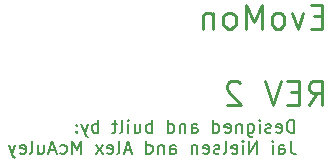
<source format=gbr>
%TF.GenerationSoftware,KiCad,Pcbnew,7.0.6*%
%TF.CreationDate,2023-08-15T19:52:18+12:00*%
%TF.ProjectId,esp32c3-ev-board,65737033-3263-4332-9d65-762d626f6172,rev?*%
%TF.SameCoordinates,Original*%
%TF.FileFunction,Legend,Bot*%
%TF.FilePolarity,Positive*%
%FSLAX46Y46*%
G04 Gerber Fmt 4.6, Leading zero omitted, Abs format (unit mm)*
G04 Created by KiCad (PCBNEW 7.0.6) date 2023-08-15 19:52:18*
%MOMM*%
%LPD*%
G01*
G04 APERTURE LIST*
%ADD10C,0.200000*%
%ADD11C,0.250000*%
G04 APERTURE END LIST*
D10*
X139276517Y-93123980D02*
X139276517Y-92023980D01*
X139276517Y-92023980D02*
X139014612Y-92023980D01*
X139014612Y-92023980D02*
X138857469Y-92076361D01*
X138857469Y-92076361D02*
X138752707Y-92181123D01*
X138752707Y-92181123D02*
X138700326Y-92285885D01*
X138700326Y-92285885D02*
X138647945Y-92495409D01*
X138647945Y-92495409D02*
X138647945Y-92652552D01*
X138647945Y-92652552D02*
X138700326Y-92862076D01*
X138700326Y-92862076D02*
X138752707Y-92966838D01*
X138752707Y-92966838D02*
X138857469Y-93071600D01*
X138857469Y-93071600D02*
X139014612Y-93123980D01*
X139014612Y-93123980D02*
X139276517Y-93123980D01*
X137757469Y-93071600D02*
X137862231Y-93123980D01*
X137862231Y-93123980D02*
X138071755Y-93123980D01*
X138071755Y-93123980D02*
X138176517Y-93071600D01*
X138176517Y-93071600D02*
X138228898Y-92966838D01*
X138228898Y-92966838D02*
X138228898Y-92547790D01*
X138228898Y-92547790D02*
X138176517Y-92443028D01*
X138176517Y-92443028D02*
X138071755Y-92390647D01*
X138071755Y-92390647D02*
X137862231Y-92390647D01*
X137862231Y-92390647D02*
X137757469Y-92443028D01*
X137757469Y-92443028D02*
X137705088Y-92547790D01*
X137705088Y-92547790D02*
X137705088Y-92652552D01*
X137705088Y-92652552D02*
X138228898Y-92757314D01*
X137286041Y-93071600D02*
X137181279Y-93123980D01*
X137181279Y-93123980D02*
X136971755Y-93123980D01*
X136971755Y-93123980D02*
X136866993Y-93071600D01*
X136866993Y-93071600D02*
X136814612Y-92966838D01*
X136814612Y-92966838D02*
X136814612Y-92914457D01*
X136814612Y-92914457D02*
X136866993Y-92809695D01*
X136866993Y-92809695D02*
X136971755Y-92757314D01*
X136971755Y-92757314D02*
X137128898Y-92757314D01*
X137128898Y-92757314D02*
X137233660Y-92704933D01*
X137233660Y-92704933D02*
X137286041Y-92600171D01*
X137286041Y-92600171D02*
X137286041Y-92547790D01*
X137286041Y-92547790D02*
X137233660Y-92443028D01*
X137233660Y-92443028D02*
X137128898Y-92390647D01*
X137128898Y-92390647D02*
X136971755Y-92390647D01*
X136971755Y-92390647D02*
X136866993Y-92443028D01*
X136343184Y-93123980D02*
X136343184Y-92390647D01*
X136343184Y-92023980D02*
X136395565Y-92076361D01*
X136395565Y-92076361D02*
X136343184Y-92128742D01*
X136343184Y-92128742D02*
X136290803Y-92076361D01*
X136290803Y-92076361D02*
X136343184Y-92023980D01*
X136343184Y-92023980D02*
X136343184Y-92128742D01*
X135347945Y-92390647D02*
X135347945Y-93281123D01*
X135347945Y-93281123D02*
X135400326Y-93385885D01*
X135400326Y-93385885D02*
X135452707Y-93438266D01*
X135452707Y-93438266D02*
X135557469Y-93490647D01*
X135557469Y-93490647D02*
X135714612Y-93490647D01*
X135714612Y-93490647D02*
X135819374Y-93438266D01*
X135347945Y-93071600D02*
X135452707Y-93123980D01*
X135452707Y-93123980D02*
X135662231Y-93123980D01*
X135662231Y-93123980D02*
X135766993Y-93071600D01*
X135766993Y-93071600D02*
X135819374Y-93019219D01*
X135819374Y-93019219D02*
X135871755Y-92914457D01*
X135871755Y-92914457D02*
X135871755Y-92600171D01*
X135871755Y-92600171D02*
X135819374Y-92495409D01*
X135819374Y-92495409D02*
X135766993Y-92443028D01*
X135766993Y-92443028D02*
X135662231Y-92390647D01*
X135662231Y-92390647D02*
X135452707Y-92390647D01*
X135452707Y-92390647D02*
X135347945Y-92443028D01*
X134824136Y-92390647D02*
X134824136Y-93123980D01*
X134824136Y-92495409D02*
X134771755Y-92443028D01*
X134771755Y-92443028D02*
X134666993Y-92390647D01*
X134666993Y-92390647D02*
X134509850Y-92390647D01*
X134509850Y-92390647D02*
X134405088Y-92443028D01*
X134405088Y-92443028D02*
X134352707Y-92547790D01*
X134352707Y-92547790D02*
X134352707Y-93123980D01*
X133409850Y-93071600D02*
X133514612Y-93123980D01*
X133514612Y-93123980D02*
X133724136Y-93123980D01*
X133724136Y-93123980D02*
X133828898Y-93071600D01*
X133828898Y-93071600D02*
X133881279Y-92966838D01*
X133881279Y-92966838D02*
X133881279Y-92547790D01*
X133881279Y-92547790D02*
X133828898Y-92443028D01*
X133828898Y-92443028D02*
X133724136Y-92390647D01*
X133724136Y-92390647D02*
X133514612Y-92390647D01*
X133514612Y-92390647D02*
X133409850Y-92443028D01*
X133409850Y-92443028D02*
X133357469Y-92547790D01*
X133357469Y-92547790D02*
X133357469Y-92652552D01*
X133357469Y-92652552D02*
X133881279Y-92757314D01*
X132414612Y-93123980D02*
X132414612Y-92023980D01*
X132414612Y-93071600D02*
X132519374Y-93123980D01*
X132519374Y-93123980D02*
X132728898Y-93123980D01*
X132728898Y-93123980D02*
X132833660Y-93071600D01*
X132833660Y-93071600D02*
X132886041Y-93019219D01*
X132886041Y-93019219D02*
X132938422Y-92914457D01*
X132938422Y-92914457D02*
X132938422Y-92600171D01*
X132938422Y-92600171D02*
X132886041Y-92495409D01*
X132886041Y-92495409D02*
X132833660Y-92443028D01*
X132833660Y-92443028D02*
X132728898Y-92390647D01*
X132728898Y-92390647D02*
X132519374Y-92390647D01*
X132519374Y-92390647D02*
X132414612Y-92443028D01*
X130581279Y-93123980D02*
X130581279Y-92547790D01*
X130581279Y-92547790D02*
X130633660Y-92443028D01*
X130633660Y-92443028D02*
X130738422Y-92390647D01*
X130738422Y-92390647D02*
X130947946Y-92390647D01*
X130947946Y-92390647D02*
X131052708Y-92443028D01*
X130581279Y-93071600D02*
X130686041Y-93123980D01*
X130686041Y-93123980D02*
X130947946Y-93123980D01*
X130947946Y-93123980D02*
X131052708Y-93071600D01*
X131052708Y-93071600D02*
X131105089Y-92966838D01*
X131105089Y-92966838D02*
X131105089Y-92862076D01*
X131105089Y-92862076D02*
X131052708Y-92757314D01*
X131052708Y-92757314D02*
X130947946Y-92704933D01*
X130947946Y-92704933D02*
X130686041Y-92704933D01*
X130686041Y-92704933D02*
X130581279Y-92652552D01*
X130057470Y-92390647D02*
X130057470Y-93123980D01*
X130057470Y-92495409D02*
X130005089Y-92443028D01*
X130005089Y-92443028D02*
X129900327Y-92390647D01*
X129900327Y-92390647D02*
X129743184Y-92390647D01*
X129743184Y-92390647D02*
X129638422Y-92443028D01*
X129638422Y-92443028D02*
X129586041Y-92547790D01*
X129586041Y-92547790D02*
X129586041Y-93123980D01*
X128590803Y-93123980D02*
X128590803Y-92023980D01*
X128590803Y-93071600D02*
X128695565Y-93123980D01*
X128695565Y-93123980D02*
X128905089Y-93123980D01*
X128905089Y-93123980D02*
X129009851Y-93071600D01*
X129009851Y-93071600D02*
X129062232Y-93019219D01*
X129062232Y-93019219D02*
X129114613Y-92914457D01*
X129114613Y-92914457D02*
X129114613Y-92600171D01*
X129114613Y-92600171D02*
X129062232Y-92495409D01*
X129062232Y-92495409D02*
X129009851Y-92443028D01*
X129009851Y-92443028D02*
X128905089Y-92390647D01*
X128905089Y-92390647D02*
X128695565Y-92390647D01*
X128695565Y-92390647D02*
X128590803Y-92443028D01*
X127228899Y-93123980D02*
X127228899Y-92023980D01*
X127228899Y-92443028D02*
X127124137Y-92390647D01*
X127124137Y-92390647D02*
X126914613Y-92390647D01*
X126914613Y-92390647D02*
X126809851Y-92443028D01*
X126809851Y-92443028D02*
X126757470Y-92495409D01*
X126757470Y-92495409D02*
X126705089Y-92600171D01*
X126705089Y-92600171D02*
X126705089Y-92914457D01*
X126705089Y-92914457D02*
X126757470Y-93019219D01*
X126757470Y-93019219D02*
X126809851Y-93071600D01*
X126809851Y-93071600D02*
X126914613Y-93123980D01*
X126914613Y-93123980D02*
X127124137Y-93123980D01*
X127124137Y-93123980D02*
X127228899Y-93071600D01*
X125762232Y-92390647D02*
X125762232Y-93123980D01*
X126233661Y-92390647D02*
X126233661Y-92966838D01*
X126233661Y-92966838D02*
X126181280Y-93071600D01*
X126181280Y-93071600D02*
X126076518Y-93123980D01*
X126076518Y-93123980D02*
X125919375Y-93123980D01*
X125919375Y-93123980D02*
X125814613Y-93071600D01*
X125814613Y-93071600D02*
X125762232Y-93019219D01*
X125238423Y-93123980D02*
X125238423Y-92390647D01*
X125238423Y-92023980D02*
X125290804Y-92076361D01*
X125290804Y-92076361D02*
X125238423Y-92128742D01*
X125238423Y-92128742D02*
X125186042Y-92076361D01*
X125186042Y-92076361D02*
X125238423Y-92023980D01*
X125238423Y-92023980D02*
X125238423Y-92128742D01*
X124557470Y-93123980D02*
X124662232Y-93071600D01*
X124662232Y-93071600D02*
X124714613Y-92966838D01*
X124714613Y-92966838D02*
X124714613Y-92023980D01*
X124295566Y-92390647D02*
X123876518Y-92390647D01*
X124138423Y-92023980D02*
X124138423Y-92966838D01*
X124138423Y-92966838D02*
X124086042Y-93071600D01*
X124086042Y-93071600D02*
X123981280Y-93123980D01*
X123981280Y-93123980D02*
X123876518Y-93123980D01*
X122671757Y-93123980D02*
X122671757Y-92023980D01*
X122671757Y-92443028D02*
X122566995Y-92390647D01*
X122566995Y-92390647D02*
X122357471Y-92390647D01*
X122357471Y-92390647D02*
X122252709Y-92443028D01*
X122252709Y-92443028D02*
X122200328Y-92495409D01*
X122200328Y-92495409D02*
X122147947Y-92600171D01*
X122147947Y-92600171D02*
X122147947Y-92914457D01*
X122147947Y-92914457D02*
X122200328Y-93019219D01*
X122200328Y-93019219D02*
X122252709Y-93071600D01*
X122252709Y-93071600D02*
X122357471Y-93123980D01*
X122357471Y-93123980D02*
X122566995Y-93123980D01*
X122566995Y-93123980D02*
X122671757Y-93071600D01*
X121781281Y-92390647D02*
X121519376Y-93123980D01*
X121257471Y-92390647D02*
X121519376Y-93123980D01*
X121519376Y-93123980D02*
X121624138Y-93385885D01*
X121624138Y-93385885D02*
X121676519Y-93438266D01*
X121676519Y-93438266D02*
X121781281Y-93490647D01*
X120838424Y-93019219D02*
X120786043Y-93071600D01*
X120786043Y-93071600D02*
X120838424Y-93123980D01*
X120838424Y-93123980D02*
X120890805Y-93071600D01*
X120890805Y-93071600D02*
X120838424Y-93019219D01*
X120838424Y-93019219D02*
X120838424Y-93123980D01*
X120838424Y-92443028D02*
X120786043Y-92495409D01*
X120786043Y-92495409D02*
X120838424Y-92547790D01*
X120838424Y-92547790D02*
X120890805Y-92495409D01*
X120890805Y-92495409D02*
X120838424Y-92443028D01*
X120838424Y-92443028D02*
X120838424Y-92547790D01*
X138962231Y-93794980D02*
X138962231Y-94580695D01*
X138962231Y-94580695D02*
X139014612Y-94737838D01*
X139014612Y-94737838D02*
X139119374Y-94842600D01*
X139119374Y-94842600D02*
X139276517Y-94894980D01*
X139276517Y-94894980D02*
X139381279Y-94894980D01*
X137966993Y-94894980D02*
X137966993Y-94318790D01*
X137966993Y-94318790D02*
X138019374Y-94214028D01*
X138019374Y-94214028D02*
X138124136Y-94161647D01*
X138124136Y-94161647D02*
X138333660Y-94161647D01*
X138333660Y-94161647D02*
X138438422Y-94214028D01*
X137966993Y-94842600D02*
X138071755Y-94894980D01*
X138071755Y-94894980D02*
X138333660Y-94894980D01*
X138333660Y-94894980D02*
X138438422Y-94842600D01*
X138438422Y-94842600D02*
X138490803Y-94737838D01*
X138490803Y-94737838D02*
X138490803Y-94633076D01*
X138490803Y-94633076D02*
X138438422Y-94528314D01*
X138438422Y-94528314D02*
X138333660Y-94475933D01*
X138333660Y-94475933D02*
X138071755Y-94475933D01*
X138071755Y-94475933D02*
X137966993Y-94423552D01*
X137443184Y-94894980D02*
X137443184Y-94161647D01*
X137443184Y-93794980D02*
X137495565Y-93847361D01*
X137495565Y-93847361D02*
X137443184Y-93899742D01*
X137443184Y-93899742D02*
X137390803Y-93847361D01*
X137390803Y-93847361D02*
X137443184Y-93794980D01*
X137443184Y-93794980D02*
X137443184Y-93899742D01*
X136081279Y-94894980D02*
X136081279Y-93794980D01*
X136081279Y-93794980D02*
X135452707Y-94894980D01*
X135452707Y-94894980D02*
X135452707Y-93794980D01*
X134928898Y-94894980D02*
X134928898Y-94161647D01*
X134928898Y-93794980D02*
X134981279Y-93847361D01*
X134981279Y-93847361D02*
X134928898Y-93899742D01*
X134928898Y-93899742D02*
X134876517Y-93847361D01*
X134876517Y-93847361D02*
X134928898Y-93794980D01*
X134928898Y-93794980D02*
X134928898Y-93899742D01*
X133986040Y-94842600D02*
X134090802Y-94894980D01*
X134090802Y-94894980D02*
X134300326Y-94894980D01*
X134300326Y-94894980D02*
X134405088Y-94842600D01*
X134405088Y-94842600D02*
X134457469Y-94737838D01*
X134457469Y-94737838D02*
X134457469Y-94318790D01*
X134457469Y-94318790D02*
X134405088Y-94214028D01*
X134405088Y-94214028D02*
X134300326Y-94161647D01*
X134300326Y-94161647D02*
X134090802Y-94161647D01*
X134090802Y-94161647D02*
X133986040Y-94214028D01*
X133986040Y-94214028D02*
X133933659Y-94318790D01*
X133933659Y-94318790D02*
X133933659Y-94423552D01*
X133933659Y-94423552D02*
X134457469Y-94528314D01*
X133305088Y-94894980D02*
X133409850Y-94842600D01*
X133409850Y-94842600D02*
X133462231Y-94737838D01*
X133462231Y-94737838D02*
X133462231Y-93794980D01*
X132938422Y-94842600D02*
X132833660Y-94894980D01*
X132833660Y-94894980D02*
X132624136Y-94894980D01*
X132624136Y-94894980D02*
X132519374Y-94842600D01*
X132519374Y-94842600D02*
X132466993Y-94737838D01*
X132466993Y-94737838D02*
X132466993Y-94685457D01*
X132466993Y-94685457D02*
X132519374Y-94580695D01*
X132519374Y-94580695D02*
X132624136Y-94528314D01*
X132624136Y-94528314D02*
X132781279Y-94528314D01*
X132781279Y-94528314D02*
X132886041Y-94475933D01*
X132886041Y-94475933D02*
X132938422Y-94371171D01*
X132938422Y-94371171D02*
X132938422Y-94318790D01*
X132938422Y-94318790D02*
X132886041Y-94214028D01*
X132886041Y-94214028D02*
X132781279Y-94161647D01*
X132781279Y-94161647D02*
X132624136Y-94161647D01*
X132624136Y-94161647D02*
X132519374Y-94214028D01*
X131576517Y-94842600D02*
X131681279Y-94894980D01*
X131681279Y-94894980D02*
X131890803Y-94894980D01*
X131890803Y-94894980D02*
X131995565Y-94842600D01*
X131995565Y-94842600D02*
X132047946Y-94737838D01*
X132047946Y-94737838D02*
X132047946Y-94318790D01*
X132047946Y-94318790D02*
X131995565Y-94214028D01*
X131995565Y-94214028D02*
X131890803Y-94161647D01*
X131890803Y-94161647D02*
X131681279Y-94161647D01*
X131681279Y-94161647D02*
X131576517Y-94214028D01*
X131576517Y-94214028D02*
X131524136Y-94318790D01*
X131524136Y-94318790D02*
X131524136Y-94423552D01*
X131524136Y-94423552D02*
X132047946Y-94528314D01*
X131052708Y-94161647D02*
X131052708Y-94894980D01*
X131052708Y-94266409D02*
X131000327Y-94214028D01*
X131000327Y-94214028D02*
X130895565Y-94161647D01*
X130895565Y-94161647D02*
X130738422Y-94161647D01*
X130738422Y-94161647D02*
X130633660Y-94214028D01*
X130633660Y-94214028D02*
X130581279Y-94318790D01*
X130581279Y-94318790D02*
X130581279Y-94894980D01*
X128747946Y-94894980D02*
X128747946Y-94318790D01*
X128747946Y-94318790D02*
X128800327Y-94214028D01*
X128800327Y-94214028D02*
X128905089Y-94161647D01*
X128905089Y-94161647D02*
X129114613Y-94161647D01*
X129114613Y-94161647D02*
X129219375Y-94214028D01*
X128747946Y-94842600D02*
X128852708Y-94894980D01*
X128852708Y-94894980D02*
X129114613Y-94894980D01*
X129114613Y-94894980D02*
X129219375Y-94842600D01*
X129219375Y-94842600D02*
X129271756Y-94737838D01*
X129271756Y-94737838D02*
X129271756Y-94633076D01*
X129271756Y-94633076D02*
X129219375Y-94528314D01*
X129219375Y-94528314D02*
X129114613Y-94475933D01*
X129114613Y-94475933D02*
X128852708Y-94475933D01*
X128852708Y-94475933D02*
X128747946Y-94423552D01*
X128224137Y-94161647D02*
X128224137Y-94894980D01*
X128224137Y-94266409D02*
X128171756Y-94214028D01*
X128171756Y-94214028D02*
X128066994Y-94161647D01*
X128066994Y-94161647D02*
X127909851Y-94161647D01*
X127909851Y-94161647D02*
X127805089Y-94214028D01*
X127805089Y-94214028D02*
X127752708Y-94318790D01*
X127752708Y-94318790D02*
X127752708Y-94894980D01*
X126757470Y-94894980D02*
X126757470Y-93794980D01*
X126757470Y-94842600D02*
X126862232Y-94894980D01*
X126862232Y-94894980D02*
X127071756Y-94894980D01*
X127071756Y-94894980D02*
X127176518Y-94842600D01*
X127176518Y-94842600D02*
X127228899Y-94790219D01*
X127228899Y-94790219D02*
X127281280Y-94685457D01*
X127281280Y-94685457D02*
X127281280Y-94371171D01*
X127281280Y-94371171D02*
X127228899Y-94266409D01*
X127228899Y-94266409D02*
X127176518Y-94214028D01*
X127176518Y-94214028D02*
X127071756Y-94161647D01*
X127071756Y-94161647D02*
X126862232Y-94161647D01*
X126862232Y-94161647D02*
X126757470Y-94214028D01*
X125447947Y-94580695D02*
X124924137Y-94580695D01*
X125552709Y-94894980D02*
X125186042Y-93794980D01*
X125186042Y-93794980D02*
X124819375Y-94894980D01*
X124295566Y-94894980D02*
X124400328Y-94842600D01*
X124400328Y-94842600D02*
X124452709Y-94737838D01*
X124452709Y-94737838D02*
X124452709Y-93794980D01*
X123457471Y-94842600D02*
X123562233Y-94894980D01*
X123562233Y-94894980D02*
X123771757Y-94894980D01*
X123771757Y-94894980D02*
X123876519Y-94842600D01*
X123876519Y-94842600D02*
X123928900Y-94737838D01*
X123928900Y-94737838D02*
X123928900Y-94318790D01*
X123928900Y-94318790D02*
X123876519Y-94214028D01*
X123876519Y-94214028D02*
X123771757Y-94161647D01*
X123771757Y-94161647D02*
X123562233Y-94161647D01*
X123562233Y-94161647D02*
X123457471Y-94214028D01*
X123457471Y-94214028D02*
X123405090Y-94318790D01*
X123405090Y-94318790D02*
X123405090Y-94423552D01*
X123405090Y-94423552D02*
X123928900Y-94528314D01*
X123038424Y-94894980D02*
X122462233Y-94161647D01*
X123038424Y-94161647D02*
X122462233Y-94894980D01*
X121205091Y-94894980D02*
X121205091Y-93794980D01*
X121205091Y-93794980D02*
X120838424Y-94580695D01*
X120838424Y-94580695D02*
X120471757Y-93794980D01*
X120471757Y-93794980D02*
X120471757Y-94894980D01*
X119476519Y-94842600D02*
X119581281Y-94894980D01*
X119581281Y-94894980D02*
X119790805Y-94894980D01*
X119790805Y-94894980D02*
X119895567Y-94842600D01*
X119895567Y-94842600D02*
X119947948Y-94790219D01*
X119947948Y-94790219D02*
X120000329Y-94685457D01*
X120000329Y-94685457D02*
X120000329Y-94371171D01*
X120000329Y-94371171D02*
X119947948Y-94266409D01*
X119947948Y-94266409D02*
X119895567Y-94214028D01*
X119895567Y-94214028D02*
X119790805Y-94161647D01*
X119790805Y-94161647D02*
X119581281Y-94161647D01*
X119581281Y-94161647D02*
X119476519Y-94214028D01*
X119057472Y-94580695D02*
X118533662Y-94580695D01*
X119162234Y-94894980D02*
X118795567Y-93794980D01*
X118795567Y-93794980D02*
X118428900Y-94894980D01*
X117590805Y-94161647D02*
X117590805Y-94894980D01*
X118062234Y-94161647D02*
X118062234Y-94737838D01*
X118062234Y-94737838D02*
X118009853Y-94842600D01*
X118009853Y-94842600D02*
X117905091Y-94894980D01*
X117905091Y-94894980D02*
X117747948Y-94894980D01*
X117747948Y-94894980D02*
X117643186Y-94842600D01*
X117643186Y-94842600D02*
X117590805Y-94790219D01*
X116909853Y-94894980D02*
X117014615Y-94842600D01*
X117014615Y-94842600D02*
X117066996Y-94737838D01*
X117066996Y-94737838D02*
X117066996Y-93794980D01*
X116071758Y-94842600D02*
X116176520Y-94894980D01*
X116176520Y-94894980D02*
X116386044Y-94894980D01*
X116386044Y-94894980D02*
X116490806Y-94842600D01*
X116490806Y-94842600D02*
X116543187Y-94737838D01*
X116543187Y-94737838D02*
X116543187Y-94318790D01*
X116543187Y-94318790D02*
X116490806Y-94214028D01*
X116490806Y-94214028D02*
X116386044Y-94161647D01*
X116386044Y-94161647D02*
X116176520Y-94161647D01*
X116176520Y-94161647D02*
X116071758Y-94214028D01*
X116071758Y-94214028D02*
X116019377Y-94318790D01*
X116019377Y-94318790D02*
X116019377Y-94423552D01*
X116019377Y-94423552D02*
X116543187Y-94528314D01*
X115652711Y-94161647D02*
X115390806Y-94894980D01*
X115128901Y-94161647D02*
X115390806Y-94894980D01*
X115390806Y-94894980D02*
X115495568Y-95156885D01*
X115495568Y-95156885D02*
X115547949Y-95209266D01*
X115547949Y-95209266D02*
X115652711Y-95261647D01*
D11*
X141649336Y-83264619D02*
X140982669Y-83264619D01*
X140696955Y-84312238D02*
X141649336Y-84312238D01*
X141649336Y-84312238D02*
X141649336Y-82312238D01*
X141649336Y-82312238D02*
X140696955Y-82312238D01*
X140030288Y-82978904D02*
X139554098Y-84312238D01*
X139554098Y-84312238D02*
X139077907Y-82978904D01*
X138030288Y-84312238D02*
X138220764Y-84217000D01*
X138220764Y-84217000D02*
X138316002Y-84121761D01*
X138316002Y-84121761D02*
X138411240Y-83931285D01*
X138411240Y-83931285D02*
X138411240Y-83359857D01*
X138411240Y-83359857D02*
X138316002Y-83169380D01*
X138316002Y-83169380D02*
X138220764Y-83074142D01*
X138220764Y-83074142D02*
X138030288Y-82978904D01*
X138030288Y-82978904D02*
X137744573Y-82978904D01*
X137744573Y-82978904D02*
X137554097Y-83074142D01*
X137554097Y-83074142D02*
X137458859Y-83169380D01*
X137458859Y-83169380D02*
X137363621Y-83359857D01*
X137363621Y-83359857D02*
X137363621Y-83931285D01*
X137363621Y-83931285D02*
X137458859Y-84121761D01*
X137458859Y-84121761D02*
X137554097Y-84217000D01*
X137554097Y-84217000D02*
X137744573Y-84312238D01*
X137744573Y-84312238D02*
X138030288Y-84312238D01*
X136506478Y-84312238D02*
X136506478Y-82312238D01*
X136506478Y-82312238D02*
X135839811Y-83740809D01*
X135839811Y-83740809D02*
X135173145Y-82312238D01*
X135173145Y-82312238D02*
X135173145Y-84312238D01*
X133935050Y-84312238D02*
X134125526Y-84217000D01*
X134125526Y-84217000D02*
X134220764Y-84121761D01*
X134220764Y-84121761D02*
X134316002Y-83931285D01*
X134316002Y-83931285D02*
X134316002Y-83359857D01*
X134316002Y-83359857D02*
X134220764Y-83169380D01*
X134220764Y-83169380D02*
X134125526Y-83074142D01*
X134125526Y-83074142D02*
X133935050Y-82978904D01*
X133935050Y-82978904D02*
X133649335Y-82978904D01*
X133649335Y-82978904D02*
X133458859Y-83074142D01*
X133458859Y-83074142D02*
X133363621Y-83169380D01*
X133363621Y-83169380D02*
X133268383Y-83359857D01*
X133268383Y-83359857D02*
X133268383Y-83931285D01*
X133268383Y-83931285D02*
X133363621Y-84121761D01*
X133363621Y-84121761D02*
X133458859Y-84217000D01*
X133458859Y-84217000D02*
X133649335Y-84312238D01*
X133649335Y-84312238D02*
X133935050Y-84312238D01*
X132411240Y-82978904D02*
X132411240Y-84312238D01*
X132411240Y-83169380D02*
X132316002Y-83074142D01*
X132316002Y-83074142D02*
X132125526Y-82978904D01*
X132125526Y-82978904D02*
X131839811Y-82978904D01*
X131839811Y-82978904D02*
X131649335Y-83074142D01*
X131649335Y-83074142D02*
X131554097Y-83264619D01*
X131554097Y-83264619D02*
X131554097Y-84312238D01*
X140506479Y-90752238D02*
X141173146Y-89799857D01*
X141649336Y-90752238D02*
X141649336Y-88752238D01*
X141649336Y-88752238D02*
X140887431Y-88752238D01*
X140887431Y-88752238D02*
X140696955Y-88847476D01*
X140696955Y-88847476D02*
X140601717Y-88942714D01*
X140601717Y-88942714D02*
X140506479Y-89133190D01*
X140506479Y-89133190D02*
X140506479Y-89418904D01*
X140506479Y-89418904D02*
X140601717Y-89609380D01*
X140601717Y-89609380D02*
X140696955Y-89704619D01*
X140696955Y-89704619D02*
X140887431Y-89799857D01*
X140887431Y-89799857D02*
X141649336Y-89799857D01*
X139649336Y-89704619D02*
X138982669Y-89704619D01*
X138696955Y-90752238D02*
X139649336Y-90752238D01*
X139649336Y-90752238D02*
X139649336Y-88752238D01*
X139649336Y-88752238D02*
X138696955Y-88752238D01*
X138125526Y-88752238D02*
X137458860Y-90752238D01*
X137458860Y-90752238D02*
X136792193Y-88752238D01*
X134696954Y-88942714D02*
X134601716Y-88847476D01*
X134601716Y-88847476D02*
X134411240Y-88752238D01*
X134411240Y-88752238D02*
X133935049Y-88752238D01*
X133935049Y-88752238D02*
X133744573Y-88847476D01*
X133744573Y-88847476D02*
X133649335Y-88942714D01*
X133649335Y-88942714D02*
X133554097Y-89133190D01*
X133554097Y-89133190D02*
X133554097Y-89323666D01*
X133554097Y-89323666D02*
X133649335Y-89609380D01*
X133649335Y-89609380D02*
X134792192Y-90752238D01*
X134792192Y-90752238D02*
X133554097Y-90752238D01*
M02*

</source>
